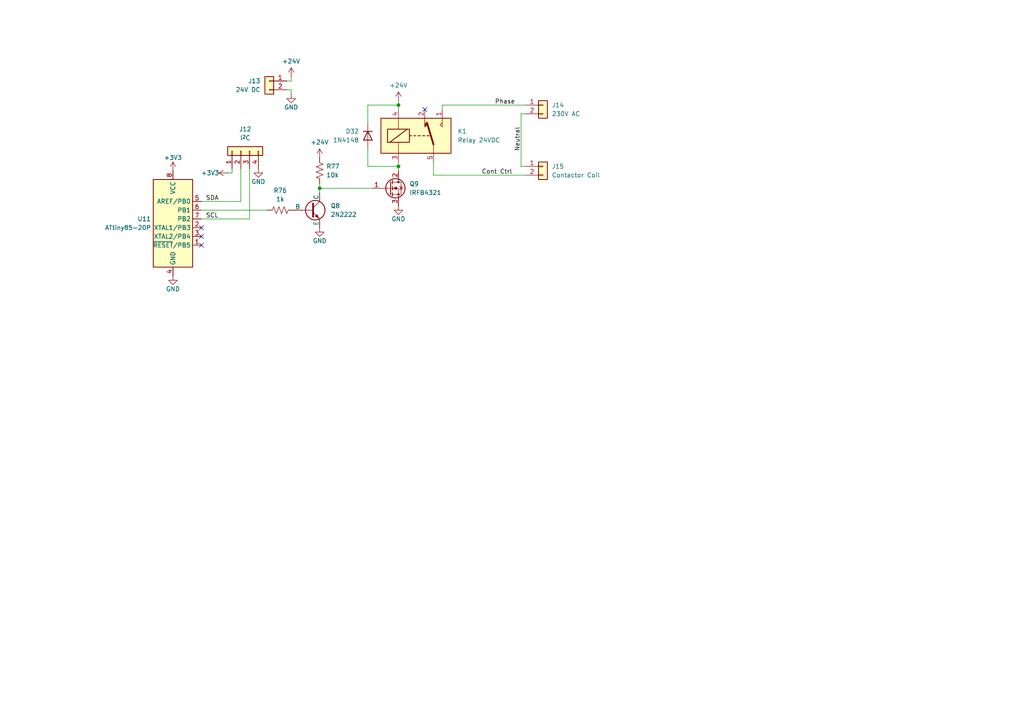
<source format=kicad_sch>
(kicad_sch (version 20250114) (generator "eeschema") (generator_version "9.0")
  (paper "A4")
  (lib_symbols
    (symbol "Connector_Generic:Conn_01x02" (pin_names (offset 1.016) (hide yes))
      (property "Reference" "J" (at 0 2.54 0))
      (property "Value" "Conn_01x02" (at 0 -5.08 0))
      (symbol "Conn_01x02_1_1"
        (rectangle (start -1.27 1.27) (end 1.27 -3.81) (stroke (width 0.254)) (fill (type background)))
        (rectangle (start -1.27 0.127) (end 0 -0.127) (stroke (width 0.1524)))
        (rectangle (start -1.27 -2.413) (end 0 -2.667) (stroke (width 0.1524)))
        (pin passive line (at -5.08 0 0) (length 3.81) (name "Pin_1") (number "1"))
        (pin passive line (at -5.08 -2.54 0) (length 3.81) (name "Pin_2") (number "2"))
      )
    )
    (symbol "Connector_Generic:Conn_01x04" (pin_names (offset 1.016) (hide yes))
      (property "Reference" "J" (at 0 5.08 0))
      (property "Value" "Conn_01x04" (at 0 -7.62 0))
      (symbol "Conn_01x04_1_1"
        (rectangle (start -1.27 3.81) (end 1.27 -6.35) (stroke (width 0.254)) (fill (type background)))
        (rectangle (start -1.27 2.667) (end 0 2.413) (stroke (width 0.1524)))
        (rectangle (start -1.27 0.127) (end 0 -0.127) (stroke (width 0.1524)))
        (rectangle (start -1.27 -2.413) (end 0 -2.667) (stroke (width 0.1524)))
        (rectangle (start -1.27 -4.953) (end 0 -5.207) (stroke (width 0.1524)))
        (pin passive line (at -5.08 2.54 0) (length 3.81) (name "Pin_1") (number "1"))
        (pin passive line (at -5.08 0 0) (length 3.81) (name "Pin_2") (number "2"))
        (pin passive line (at -5.08 -2.54 0) (length 3.81) (name "Pin_3") (number "3"))
        (pin passive line (at -5.08 -5.08 0) (length 3.81) (name "Pin_4") (number "4"))
      )
    )
    (symbol "Device:Q_NMOS_GDS" (pin_names (offset 0) (hide yes))
      (property "Reference" "Q" (at 5.08 1.27 0))
      (property "Value" "Q_NMOS_GDS" (at 5.08 -1.27 0))
      (symbol "Q_NMOS_GDS_0_1"
        (polyline (pts (xy 0.254 1.905) (xy 0.254 -1.905)) (stroke (width 0.254)))
        (polyline (pts (xy 0.254 0) (xy -2.54 0)))
        (polyline (pts (xy 0.762 2.286) (xy 0.762 1.27)) (stroke (width 0.254)))
        (polyline (pts (xy 0.762 0.508) (xy 0.762 -0.508)) (stroke (width 0.254)))
        (polyline (pts (xy 0.762 -1.27) (xy 0.762 -2.286)) (stroke (width 0.254)))
        (polyline (pts (xy 0.762 -1.778) (xy 3.302 -1.778) (xy 3.302 1.778) (xy 0.762 1.778)))
        (polyline (pts (xy 1.016 0) (xy 2.032 0.381) (xy 2.032 -0.381) (xy 1.016 0)) (fill (type outline)))
        (circle (center 1.651 0) (radius 2.794) (stroke (width 0.254)))
        (polyline (pts (xy 2.54 2.54) (xy 2.54 1.778)))
        (circle (center 2.54 1.778) (radius 0.254) (fill (type outline)))
        (circle (center 2.54 -1.778) (radius 0.254) (fill (type outline)))
        (polyline (pts (xy 2.54 -2.54) (xy 2.54 0) (xy 0.762 0)))
        (polyline (pts (xy 2.794 0.508) (xy 2.921 0.381) (xy 3.683 0.381) (xy 3.81 0.254)))
        (polyline (pts (xy 3.302 0.381) (xy 2.921 -0.254) (xy 3.683 -0.254) (xy 3.302 0.381)))
      )
      (symbol "Q_NMOS_GDS_1_1"
        (pin input line (at -5.08 0 0) (length 2.54) (name "G") (number "1"))
        (pin passive line (at 2.54 5.08 270) (length 2.54) (name "D") (number "2"))
        (pin passive line (at 2.54 -5.08 90) (length 2.54) (name "S") (number "3"))
      )
    )
    (symbol "Device:R_US" (pin_numbers (hide yes)) (pin_names (offset 0))
      (property "Reference" "R" (at 2.54 0 90))
      (property "Value" "R_US" (at -2.54 0 90))
      (symbol "R_US_0_1"
        (polyline (pts (xy 0 2.286) (xy 0 2.54)))
        (polyline (pts (xy 0 2.286) (xy 1.016 1.905) (xy 0 1.524) (xy -1.016 1.143) (xy 0 0.762)))
        (polyline (pts (xy 0 0.762) (xy 1.016 0.381) (xy 0 0) (xy -1.016 -0.381) (xy 0 -0.762)))
        (polyline (pts (xy 0 -0.762) (xy 1.016 -1.143) (xy 0 -1.524) (xy -1.016 -1.905) (xy 0 -2.286)))
        (polyline (pts (xy 0 -2.286) (xy 0 -2.54)))
      )
      (symbol "R_US_1_1"
        (pin passive line (at 0 3.81 270) (length 1.27) (name "~") (number "1"))
        (pin passive line (at 0 -3.81 90) (length 1.27) (name "~") (number "2"))
      )
    )
    (symbol "Diode:1N4148" (pin_numbers (hide yes)) (pin_names (hide yes))
      (property "Reference" "D" (at 0 2.54 0))
      (property "Value" "1N4148" (at 0 -2.54 0))
      (symbol "1N4148_0_1"
        (polyline (pts (xy -1.27 1.27) (xy -1.27 -1.27)) (stroke (width 0.254)))
        (polyline (pts (xy 1.27 1.27) (xy 1.27 -1.27) (xy -1.27 0) (xy 1.27 1.27)) (stroke (width 0.254)))
        (polyline (pts (xy 1.27 0) (xy -1.27 0)))
      )
      (symbol "1N4148_1_1"
        (pin passive line (at -3.81 0 0) (length 2.54) (name "K") (number "1"))
        (pin passive line (at 3.81 0 180) (length 2.54) (name "A") (number "2"))
      )
    )
    (symbol "MCU_Microchip_ATtiny:ATtiny85-20P"
      (property "Reference" "U11" (at -6.35 1.27 0))
      (property "Value" "ATtiny85-20P" (at -6.35 -1.27 0))
      (symbol "ATtiny85-20P_0_1"
        (rectangle (start -5.715 12.7) (end 5.715 -12.7) (stroke (width 0.254)) (fill (type background)))
      )
      (symbol "ATtiny85-20P_1_1"
        (pin power_in line (at 0 15.24 270) (length 2.54) (name "VCC") (number "8"))
        (pin power_in line (at 0 -15.24 90) (length 2.54) (name "GND") (number "4"))
        (pin bidirectional line (at 8.255 6.35 180) (length 2.54) (name "AREF/PB0") (number "5"))
        (pin bidirectional line (at 8.255 3.81 180) (length 2.54) (name "PB1") (number "6"))
        (pin bidirectional line (at 8.255 1.27 180) (length 2.54) (name "PB2") (number "7"))
        (pin bidirectional line (at 8.255 -1.27 180) (length 2.54) (name "XTAL1/PB3") (number "2"))
        (pin bidirectional line (at 8.255 -3.81 180) (length 2.54) (name "XTAL2/PB4") (number "3"))
        (pin bidirectional line (at 8.255 -6.35 180) (length 2.54) (name "~{RESET}/PB5") (number "1"))
      )
    )
    (symbol "Relay:Y14x-1C-xxDS"
      (property "Reference" "K" (at 11.43 3.81 0))
      (property "Value" "Y14x-1C-xxDS" (at 11.43 1.27 0))
      (symbol "Y14x-1C-xxDS_0_0"
        (polyline (pts (xy 7.62 5.08) (xy 7.62 2.54) (xy 6.985 3.175) (xy 7.62 3.81)))
      )
      (symbol "Y14x-1C-xxDS_0_1"
        (rectangle (start -10.16 5.08) (end 10.16 -5.08) (stroke (width 0.254)) (fill (type background)))
        (rectangle (start -8.255 1.905) (end -1.905 -1.905) (stroke (width 0.254)))
        (polyline (pts (xy -7.62 -1.905) (xy -2.54 1.905)) (stroke (width 0.254)))
        (polyline (pts (xy -5.08 5.08) (xy -5.08 1.905)))
        (polyline (pts (xy -5.08 -5.08) (xy -5.08 -1.905)))
        (polyline (pts (xy -1.905 0) (xy -1.27 0)) (stroke (width 0.254)))
        (polyline (pts (xy -0.635 0) (xy 0 0)) (stroke (width 0.254)))
        (polyline (pts (xy 0.635 0) (xy 1.27 0)) (stroke (width 0.254)))
        (polyline (pts (xy 1.905 0) (xy 2.54 0)) (stroke (width 0.254)))
        (polyline (pts (xy 2.54 5.08) (xy 2.54 2.54) (xy 3.175 3.175) (xy 2.54 3.81)) (fill (type outline)))
        (polyline (pts (xy 3.175 0) (xy 3.81 0)) (stroke (width 0.254)))
        (polyline (pts (xy 5.08 -2.54) (xy 3.175 3.81)) (stroke (width 0.508)))
        (polyline (pts (xy 5.08 -2.54) (xy 5.08 -5.08)))
      )
      (symbol "Y14x-1C-xxDS_1_1"
        (pin passive line (at -5.08 7.62 270) (length 2.54) (name "~") (number "4"))
        (pin passive line (at -5.08 -7.62 90) (length 2.54) (name "~") (number "3"))
        (pin passive line (at 2.54 7.62 270) (length 2.54) (name "~") (number "2"))
        (pin passive line (at 5.08 -7.62 90) (length 2.54) (name "~") (number "5"))
        (pin passive line (at 5.08 -7.62 90) (length 2.54) (hide yes) (name "~") (number "6"))
        (pin passive line (at 7.62 7.62 270) (length 2.54) (name "~") (number "1"))
      )
    )
    (symbol "Simulation_SPICE:NPN" (pin_numbers (hide yes)) (pin_names (offset 0))
      (property "Reference" "Q" (at -2.54 7.62 0))
      (property "Value" "NPN" (at -2.54 5.08 0))
      (symbol "NPN_0_1"
        (polyline (pts (xy -2.54 0) (xy 0.635 0)) (stroke (width 0.1524)))
        (polyline (pts (xy 0.635 1.905) (xy 0.635 -1.905) (xy 0.635 -1.905)) (stroke (width 0.508)))
        (polyline (pts (xy 0.635 0.635) (xy 2.54 2.54)))
        (polyline (pts (xy 0.635 -0.635) (xy 2.54 -2.54) (xy 2.54 -2.54)))
        (circle (center 1.27 0) (radius 2.8194) (stroke (width 0.254)))
        (polyline (pts (xy 1.27 -1.778) (xy 1.778 -1.27) (xy 2.286 -2.286) (xy 1.27 -1.778) (xy 1.27 -1.778)) (fill (type outline)))
        (polyline (pts (xy 2.794 -1.27) (xy 2.794 -1.27)) (stroke (width 0.1524)))
        (polyline (pts (xy 2.794 -1.27) (xy 2.794 -1.27)) (stroke (width 0.1524)))
      )
      (symbol "NPN_1_1"
        (pin input line (at -5.08 0 0) (length 2.54) (name "B") (number "2"))
        (pin open_collector line (at 2.54 5.08 270) (length 2.54) (name "C") (number "1"))
        (pin open_emitter line (at 2.54 -5.08 90) (length 2.54) (name "E") (number "3"))
      )
    )
    (symbol "power:+24V" (power) (pin_numbers (hide yes)) (pin_names (offset 0) (hide yes))
      (property "Value" "+24V" (at 0 3.556 0))
      (symbol "+24V_0_1"
        (polyline (pts (xy -0.762 1.27) (xy 0 2.54)))
        (polyline (pts (xy 0 2.54) (xy 0.762 1.27)))
        (polyline (pts (xy 0 0) (xy 0 2.54)))
      )
      (symbol "+24V_1_1"
        (pin power_in line (at 0 0 90) (length 0) (name "~") (number "1"))
      )
    )
    (symbol "power:+3V3" (power) (pin_numbers (hide yes)) (pin_names (offset 0) (hide yes))
      (property "Value" "+3V3" (at 0 3.556 0))
      (symbol "+3V3_0_1"
        (polyline (pts (xy -0.762 1.27) (xy 0 2.54)))
        (polyline (pts (xy 0 2.54) (xy 0.762 1.27)))
        (polyline (pts (xy 0 0) (xy 0 2.54)))
      )
      (symbol "+3V3_1_1"
        (pin power_in line (at 0 0 90) (length 0) (name "~") (number "1"))
      )
    )
    (symbol "power:GND" (power) (pin_numbers (hide yes)) (pin_names (offset 0) (hide yes))
      (property "Value" "GND" (at 0 -3.81 0))
      (symbol "GND_0_1"
        (polyline (pts (xy 0 0) (xy 0 -1.27) (xy 1.27 -1.27) (xy 0 -2.54) (xy -1.27 -1.27) (xy 0 -1.27)))
      )
      (symbol "GND_1_1"
        (pin power_in line (at 0 0 270) (length 0) (name "~") (number "1"))
      )
    )
  )
  (junction (at 115.57 30.48))
  (junction (at 115.57 48.26))
  (junction (at 92.71 54.61))
  (no_connect (at 123.19 31.75))
  (no_connect (at 58.42 68.58))
  (no_connect (at 58.42 71.12))
  (no_connect (at 58.42 66.04))
  (wire (pts (xy 106.68 30.48) (xy 115.57 30.48)))
  (wire (pts (xy 66.04 50.165) (xy 67.31 50.165)))
  (wire (pts (xy 115.57 46.99) (xy 115.57 48.26)))
  (wire (pts (xy 69.85 48.895) (xy 69.85 58.42)))
  (wire (pts (xy 67.31 50.165) (xy 67.31 48.895)))
  (wire (pts (xy 58.42 63.5) (xy 72.39 63.5)))
  (wire (pts (xy 84.455 22.225) (xy 84.455 23.495)))
  (wire (pts (xy 115.57 30.48) (xy 115.57 31.75)))
  (wire (pts (xy 58.42 60.96) (xy 77.47 60.96)))
  (wire (pts (xy 106.68 43.18) (xy 106.68 48.26)))
  (wire (pts (xy 84.455 27.305) (xy 84.455 26.035)))
  (wire (pts (xy 152.4 33.02) (xy 151.13 33.02)))
  (wire (pts (xy 125.73 50.8) (xy 152.4 50.8)))
  (wire (pts (xy 151.13 33.02) (xy 151.13 48.26)))
  (wire (pts (xy 152.4 30.48) (xy 128.27 30.48)))
  (wire (pts (xy 84.455 23.495) (xy 83.185 23.495)))
  (wire (pts (xy 92.71 54.61) (xy 92.71 55.88)))
  (wire (pts (xy 92.71 53.34) (xy 92.71 54.61)))
  (wire (pts (xy 115.57 29.21) (xy 115.57 30.48)))
  (wire (pts (xy 151.13 48.26) (xy 152.4 48.26)))
  (wire (pts (xy 84.455 26.035) (xy 83.185 26.035)))
  (wire (pts (xy 106.68 30.48) (xy 106.68 35.56)))
  (wire (pts (xy 115.57 48.26) (xy 115.57 49.53)))
  (wire (pts (xy 92.71 54.61) (xy 107.95 54.61)))
  (wire (pts (xy 58.42 58.42) (xy 69.85 58.42)))
  (wire (pts (xy 128.27 30.48) (xy 128.27 31.75)))
  (wire (pts (xy 72.39 48.895) (xy 72.39 63.5)))
  (wire (pts (xy 106.68 48.26) (xy 115.57 48.26)))
  (wire (pts (xy 125.73 46.99) (xy 125.73 50.8)))
  (label "Phase" (at 143.51 30.48 0))
  (label "SCL" (at 59.69 63.5 0))
  (label "Cont Ctrl" (at 139.7 50.8 0))
  (label "Neutral" (at 151.13 43.815 90))
  (label "SDA" (at 59.69 58.42 0))
  (symbol (lib_id "power:+3V3") (at 50.165 49.53 0) (unit 1)
    (property "Reference" "#PWR0155" (effects (hide yes)))
    (property "Value" "+3V3" (at 50.165 45.72 0))
    (property "Description" "Power symbol creates a global label with name \"+3V3\"" (effects (hide yes)))
  )
  (symbol (lib_id "MCU_Microchip_ATtiny:ATtiny85-20P") (at 50.165 64.77 0) (unit 1)
    (property "Reference" "U11" (at 43.815 63.5 0) (effects (justify right)))
    (property "Value" "ATtiny85-20P" (at 43.815 66.04 0) (effects (justify right)))
    (property "Footprint" "Package_DIP:DIP-8_W7.62mm" (effects (hide yes)))
    (property "Datasheet" "http://ww1.microchip.com/downloads/en/DeviceDoc/atmel-2586-avr-8-bit-microcontroller-attiny25-attiny45-attiny85_datasheet.pdf" (effects (hide yes)))
    (property "Description" "20MHz, 8kB Flash, 512B SRAM, 512B EEPROM, debugWIRE, DIP-8" (effects (hide yes)))
  )
  (symbol (lib_id "Relay:Y14x-1C-xxDS") (at 120.65 39.37 0) (unit 1)
    (property "Reference" "K1" (at 132.715 38.1 0) (effects (justify left)))
    (property "Value" "Relay 24VDC" (at 132.715 40.64 0) (effects (justify left)))
    (property "Footprint" "Relay_THT:Relay_SPDT_HsinDa_Y14" (effects (hide yes)))
    (property "Datasheet" "http://www.hsinda.com.tw/upload/file/Y14-20200430135145.pdf" (effects (hide yes)))
    (property "Description" "Hsin Da Y14-series relay, Single Pole Dual Throw" (effects (hide yes)))
  )
  (symbol (lib_id "Connector_Generic:Conn_01x02") (at 78.105 23.495 0) (mirror y) (unit 1)
    (property "Reference" "J13" (at 75.565 23.495 0) (effects (justify left)))
    (property "Value" "24V DC" (at 75.565 26.035 0) (effects (justify left)))
    (property "Footprint" "ESC-TFG-KiCad:Barrier_1x02" (effects (hide yes)))
    (property "Datasheet" "https://lcsc.com/datasheet/lcsc_datasheet_2306191717_DORABO-DBT50G-9-5-2P-BK-P-OGC_C395958.pdf" (effects (hide yes)))
    (property "Description" "C395958" (effects (hide yes)))
    (property "LCSC part" "C395958" (effects (hide yes)))
  )
  (symbol (lib_id "power:+24V") (at 84.455 22.225 0) (unit 1)
    (property "Reference" "#PWR0159" (effects (hide yes)))
    (property "Value" "+24V" (at 84.455 17.78 0))
    (property "Description" "Power symbol creates a global label with name \"+24V\"" (effects (hide yes)))
  )
  (symbol (lib_id "Device:R_US") (at 81.28 60.96 90) (unit 1)
    (property "Reference" "R76" (at 81.28 55.245 90))
    (property "Value" "1k" (at 81.28 57.785 90))
    (property "Footprint" "Resistor_THT:R_Axial_DIN0207_L6.3mm_D2.5mm_P15.24mm_Horizontal" (effects (hide yes)))
    (property "Description" "Resistor, US symbol" (effects (hide yes)))
  )
  (symbol (lib_id "Diode:1N4148") (at 106.68 39.37 270) (unit 1)
    (property "Reference" "D32" (at 104.14 38.1 90) (effects (justify right)))
    (property "Value" "1N4148" (at 104.14 40.64 90) (effects (justify right)))
    (property "Footprint" "Diode_THT:D_DO-35_SOD27_P7.62mm_Horizontal" (effects (hide yes)))
    (property "Datasheet" "https://assets.nexperia.com/documents/data-sheet/1N4148_1N4448.pdf" (effects (hide yes)))
    (property "Description" "100V 0.15A standard switching diode, DO-35" (effects (hide yes)))
    (property "Sim.Device" "D" (effects (hide yes)))
    (property "Sim.Pins" "1=K 2=A" (effects (hide yes)))
  )
  (symbol (lib_id "Simulation_SPICE:NPN") (at 90.17 60.96 0) (unit 1)
    (property "Reference" "Q8" (at 95.885 59.69 0) (effects (justify left)))
    (property "Value" "2N2222" (at 95.885 62.23 0) (effects (justify left)))
    (property "Footprint" "Package_TO_SOT_THT:TO-92" (effects (hide yes)))
    (property "Datasheet" "https://ngspice.sourceforge.io/docs/ngspice-html-manual/manual.xhtml#cha_BJTs" (effects (hide yes)))
    (property "Description" "Bipolar transistor symbol for simulation only, substrate tied to the emitter" (effects (hide yes)))
    (property "Sim.Device" "NPN" (effects (hide yes)))
    (property "Sim.Type" "GUMMELPOON" (effects (hide yes)))
    (property "Sim.Pins" "1=C 2=B 3=E" (effects (hide yes)))
  )
  (symbol (lib_id "power:+24V") (at 92.71 45.72 0) (unit 1)
    (property "Reference" "#PWR0161" (effects (hide yes)))
    (property "Value" "+24V" (at 92.71 41.275 0))
    (property "Description" "Power symbol creates a global label with name \"+24V\"" (effects (hide yes)))
  )
  (symbol (lib_id "power:+24V") (at 115.57 29.21 0) (unit 1)
    (property "Reference" "#PWR0163" (effects (hide yes)))
    (property "Value" "+24V" (at 115.57 24.765 0))
    (property "Description" "Power symbol creates a global label with name \"+24V\"" (effects (hide yes)))
  )
  (symbol (lib_id "Device:Q_NMOS_GDS") (at 113.03 54.61 0) (unit 1)
    (property "Reference" "Q9" (at 118.745 53.34 0) (effects (justify left)))
    (property "Value" "IRFB4321" (at 118.745 55.88 0) (effects (justify left)))
    (property "Footprint" "Package_TO_SOT_THT:TO-220-3_Vertical" (effects (hide yes)))
    (property "Datasheet" "https://www.infineon.com/dgdl/Infineon-IRFB4321-DataSheet-v01_01-EN.pdf?fileId=5546d462533600a4015356162af41e33" (effects (hide yes)))
    (property "Description" "N-MOSFET transistor, gate/drain/source" (effects (hide yes)))
    (property "LCSC part" " C2656" (effects (hide yes)))
  )
  (symbol (lib_id "Connector_Generic:Conn_01x04") (at 69.85 43.815 90) (unit 1)
    (property "Reference" "J12" (at 71.12 37.465 90))
    (property "Value" "I^{2}C" (at 71.12 40.005 90))
    (property "Footprint" "Connector_PinHeader_2.54mm:PinHeader_1x04_P2.54mm_Horizontal" (effects (hide yes)))
    (property "Description" "Generic connector, single row, 01x04, script generated (kicad-library-utils/schlib/autogen/connector/)" (effects (hide yes)))
  )
  (symbol (lib_id "Device:R_US") (at 92.71 49.53 0) (unit 1)
    (property "Reference" "R77" (at 94.615 48.26 0) (effects (justify left)))
    (property "Value" "10k" (at 94.615 50.8 0) (effects (justify left)))
    (property "Footprint" "Resistor_THT:R_Axial_DIN0207_L6.3mm_D2.5mm_P15.24mm_Horizontal" (effects (hide yes)))
    (property "Description" "Resistor, US symbol" (effects (hide yes)))
  )
  (symbol (lib_id "power:GND") (at 74.93 48.895 0) (unit 1)
    (property "Reference" "#PWR0158" (effects (hide yes)))
    (property "Value" "GND" (at 74.93 52.705 0))
    (property "Description" "Power symbol creates a global label with name \"GND\" , ground" (effects (hide yes)))
  )
  (symbol (lib_id "power:+3V3") (at 66.04 50.165 90) (unit 1)
    (property "Reference" "#PWR0157" (effects (hide yes)))
    (property "Value" "+3V3" (at 60.96 50.165 90))
    (property "Description" "Power symbol creates a global label with name \"+3V3\"" (effects (hide yes)))
  )
  (symbol (lib_id "Connector_Generic:Conn_01x02") (at 157.48 30.48 0) (unit 1)
    (property "Reference" "J14" (at 160.02 30.48 0) (effects (justify left)))
    (property "Value" "230V AC" (at 160.02 33.02 0) (effects (justify left)))
    (property "Footprint" "ESC-TFG-KiCad:Barrier_1x02" (effects (hide yes)))
    (property "Datasheet" "https://lcsc.com/datasheet/lcsc_datasheet_2306191717_DORABO-DBT50G-9-5-2P-BK-P-OGC_C395958.pdf" (effects (hide yes)))
    (property "Description" "C395958" (effects (hide yes)))
    (property "LCSC part" "C395958" (effects (hide yes)))
  )
  (symbol (lib_id "power:GND") (at 84.455 27.305 0) (unit 1)
    (property "Reference" "#PWR0160" (effects (hide yes)))
    (property "Value" "GND" (at 84.455 31.115 0))
    (property "Description" "Power symbol creates a global label with name \"GND\" , ground" (effects (hide yes)))
  )
  (symbol (lib_id "Connector_Generic:Conn_01x02") (at 157.48 48.26 0) (unit 1)
    (property "Reference" "J15" (at 160.02 48.26 0) (effects (justify left)))
    (property "Value" "Contactor Coil" (at 160.02 50.8 0) (effects (justify left)))
    (property "Footprint" "ESC-TFG-KiCad:Barrier_1x02" (effects (hide yes)))
    (property "Datasheet" "https://lcsc.com/datasheet/lcsc_datasheet_2306191717_DORABO-DBT50G-9-5-2P-BK-P-OGC_C395958.pdf" (effects (hide yes)))
    (property "Description" "C395958" (effects (hide yes)))
    (property "LCSC part" "C395958" (effects (hide yes)))
  )
  (symbol (lib_id "power:GND") (at 50.165 80.01 0) (unit 1)
    (property "Reference" "#PWR0156" (effects (hide yes)))
    (property "Value" "GND" (at 50.165 83.82 0))
    (property "Description" "Power symbol creates a global label with name \"GND\" , ground" (effects (hide yes)))
  )
  (symbol (lib_id "power:GND") (at 92.71 66.04 0) (unit 1)
    (property "Reference" "#PWR0162" (effects (hide yes)))
    (property "Value" "GND" (at 92.71 69.85 0))
    (property "Description" "Power symbol creates a global label with name \"GND\" , ground" (effects (hide yes)))
  )
  (symbol (lib_id "power:GND") (at 115.57 59.69 0) (unit 1)
    (property "Reference" "#PWR0164" (effects (hide yes)))
    (property "Value" "GND" (at 115.57 63.5 0))
    (property "Description" "Power symbol creates a global label with name \"GND\" , ground" (effects (hide yes)))
  )
)
</source>
